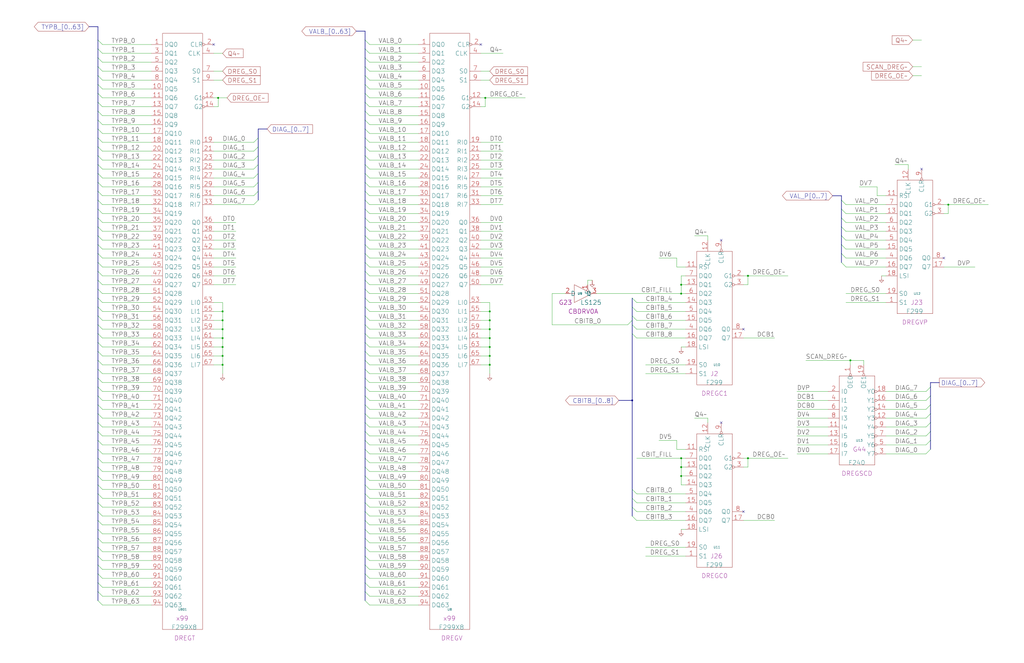
<source format=kicad_sch>
(kicad_sch (version 20230121) (generator eeschema)
  (paper "User" 584.2 378.46)
  (title_block (title "BXCVR\\nVAL & VAL_PAR DIAG REG") (date "08-MAR-90") (rev "0.0") (comment 1 "MEM32 BOARD") (comment 2 "232-003066") (comment 3 "S400") (comment 4 "RELEASED"))
  (junction (at 388.62 167.64))
  (junction (at 127 203.2))
  (junction (at 388.62 261.62))
  (junction (at 279.4 203.2))
  (junction (at 127 182.88))
  (junction (at 388.62 271.78))
  (junction (at 276.86 55.88))
  (junction (at 388.62 162.56))
  (junction (at 279.4 177.8))
  (junction (at 127 193.04))
  (junction (at 360.68 228.6))
  (junction (at 279.4 193.04))
  (junction (at 127 177.8))
  (junction (at 127 208.28))
  (junction (at 279.4 182.88))
  (junction (at 279.4 208.28))
  (junction (at 426.72 157.48))
  (junction (at 124.46 55.88))
  (junction (at 127 198.12))
  (junction (at 279.4 187.96))
  (junction (at 127 187.96))
  (junction (at 279.4 198.12))
  (junction (at 485.14 205.74))
  (junction (at 541.02 116.84))
  (junction (at 388.62 266.7))
  (junction (at 426.72 261.62))
  (no_connect (at 525.78 96.52))
  (no_connect (at 121.92 25.4))
  (no_connect (at 411.48 241.3))
  (no_connect (at 538.48 147.32))
  (no_connect (at 424.18 292.1))
  (no_connect (at 274.32 25.4))
  (no_connect (at 424.18 187.96))
  (no_connect (at 411.48 137.16))
  (bus_entry (at 208.28 281.94) (size 2.54 2.54))
  (bus_entry (at 55.88 48.26) (size 2.54 2.54))
  (bus_entry (at 55.88 246.38) (size 2.54 2.54))
  (bus_entry (at 208.28 73.66) (size 2.54 2.54))
  (bus_entry (at 480.06 139.7) (size 2.54 2.54))
  (bus_entry (at 55.88 33.02) (size 2.54 2.54))
  (bus_entry (at 360.68 284.48) (size 2.54 2.54))
  (bus_entry (at 208.28 307.34) (size 2.54 2.54))
  (bus_entry (at 208.28 185.42) (size 2.54 2.54))
  (bus_entry (at 208.28 160.02) (size 2.54 2.54))
  (bus_entry (at 208.28 22.86) (size 2.54 2.54))
  (bus_entry (at 55.88 109.22) (size 2.54 2.54))
  (bus_entry (at 147.32 78.74) (size -2.54 2.54))
  (bus_entry (at 55.88 312.42) (size 2.54 2.54))
  (bus_entry (at 55.88 226.06) (size 2.54 2.54))
  (bus_entry (at 208.28 317.5) (size 2.54 2.54))
  (bus_entry (at 208.28 33.02) (size 2.54 2.54))
  (bus_entry (at 208.28 93.98) (size 2.54 2.54))
  (bus_entry (at 208.28 48.26) (size 2.54 2.54))
  (bus_entry (at 55.88 292.1) (size 2.54 2.54))
  (bus_entry (at 208.28 109.22) (size 2.54 2.54))
  (bus_entry (at 530.86 236.22) (size -2.54 2.54))
  (bus_entry (at 55.88 144.78) (size 2.54 2.54))
  (bus_entry (at 55.88 297.18) (size 2.54 2.54))
  (bus_entry (at 55.88 38.1) (size 2.54 2.54))
  (bus_entry (at 208.28 129.54) (size 2.54 2.54))
  (bus_entry (at 55.88 119.38) (size 2.54 2.54))
  (bus_entry (at 55.88 195.58) (size 2.54 2.54))
  (bus_entry (at 208.28 154.94) (size 2.54 2.54))
  (bus_entry (at 55.88 73.66) (size 2.54 2.54))
  (bus_entry (at 55.88 43.18) (size 2.54 2.54))
  (bus_entry (at 208.28 226.06) (size 2.54 2.54))
  (bus_entry (at 55.88 327.66) (size 2.54 2.54))
  (bus_entry (at 55.88 210.82) (size 2.54 2.54))
  (bus_entry (at 208.28 83.82) (size 2.54 2.54))
  (bus_entry (at 55.88 124.46) (size 2.54 2.54))
  (bus_entry (at 55.88 175.26) (size 2.54 2.54))
  (bus_entry (at 208.28 236.22) (size 2.54 2.54))
  (bus_entry (at 55.88 63.5) (size 2.54 2.54))
  (bus_entry (at 55.88 190.5) (size 2.54 2.54))
  (bus_entry (at 208.28 266.7) (size 2.54 2.54))
  (bus_entry (at 208.28 149.86) (size 2.54 2.54))
  (bus_entry (at 208.28 312.42) (size 2.54 2.54))
  (bus_entry (at 360.68 185.42) (size 2.54 2.54))
  (bus_entry (at 208.28 170.18) (size 2.54 2.54))
  (bus_entry (at 55.88 317.5) (size 2.54 2.54))
  (bus_entry (at 55.88 261.62) (size 2.54 2.54))
  (bus_entry (at 55.88 78.74) (size 2.54 2.54))
  (bus_entry (at 147.32 88.9) (size -2.54 2.54))
  (bus_entry (at 208.28 53.34) (size 2.54 2.54))
  (bus_entry (at 55.88 88.9) (size 2.54 2.54))
  (bus_entry (at 208.28 43.18) (size 2.54 2.54))
  (bus_entry (at 360.68 170.18) (size 2.54 2.54))
  (bus_entry (at 55.88 241.3) (size 2.54 2.54))
  (bus_entry (at 208.28 88.9) (size 2.54 2.54))
  (bus_entry (at 208.28 78.74) (size 2.54 2.54))
  (bus_entry (at 208.28 119.38) (size 2.54 2.54))
  (bus_entry (at 55.88 160.02) (size 2.54 2.54))
  (bus_entry (at 55.88 149.86) (size 2.54 2.54))
  (bus_entry (at 55.88 83.82) (size 2.54 2.54))
  (bus_entry (at 360.68 279.4) (size 2.54 2.54))
  (bus_entry (at 208.28 58.42) (size 2.54 2.54))
  (bus_entry (at 55.88 58.42) (size 2.54 2.54))
  (bus_entry (at 480.06 129.54) (size 2.54 2.54))
  (bus_entry (at 55.88 332.74) (size 2.54 2.54))
  (bus_entry (at 55.88 266.7) (size 2.54 2.54))
  (bus_entry (at 55.88 154.94) (size 2.54 2.54))
  (bus_entry (at 208.28 63.5) (size 2.54 2.54))
  (bus_entry (at 530.86 231.14) (size -2.54 2.54))
  (bus_entry (at 208.28 200.66) (size 2.54 2.54))
  (bus_entry (at 55.88 53.34) (size 2.54 2.54))
  (bus_entry (at 55.88 215.9) (size 2.54 2.54))
  (bus_entry (at 55.88 256.54) (size 2.54 2.54))
  (bus_entry (at 208.28 231.14) (size 2.54 2.54))
  (bus_entry (at 208.28 337.82) (size 2.54 2.54))
  (bus_entry (at 360.68 190.5) (size 2.54 2.54))
  (bus_entry (at 55.88 231.14) (size 2.54 2.54))
  (bus_entry (at 360.68 182.88) (size -2.54 2.54))
  (bus_entry (at 208.28 322.58) (size 2.54 2.54))
  (bus_entry (at 208.28 276.86) (size 2.54 2.54))
  (bus_entry (at 208.28 210.82) (size 2.54 2.54))
  (bus_entry (at 208.28 144.78) (size 2.54 2.54))
  (bus_entry (at 360.68 175.26) (size 2.54 2.54))
  (bus_entry (at 208.28 165.1) (size 2.54 2.54))
  (bus_entry (at 208.28 139.7) (size 2.54 2.54))
  (bus_entry (at 147.32 114.3) (size -2.54 2.54))
  (bus_entry (at 55.88 134.62) (size 2.54 2.54))
  (bus_entry (at 208.28 175.26) (size 2.54 2.54))
  (bus_entry (at 208.28 205.74) (size 2.54 2.54))
  (bus_entry (at 147.32 99.06) (size -2.54 2.54))
  (bus_entry (at 55.88 129.54) (size 2.54 2.54))
  (bus_entry (at 55.88 22.86) (size 2.54 2.54))
  (bus_entry (at 55.88 322.58) (size 2.54 2.54))
  (bus_entry (at 55.88 114.3) (size 2.54 2.54))
  (bus_entry (at 208.28 215.9) (size 2.54 2.54))
  (bus_entry (at 208.28 261.62) (size 2.54 2.54))
  (bus_entry (at 208.28 287.02) (size 2.54 2.54))
  (bus_entry (at 147.32 93.98) (size -2.54 2.54))
  (bus_entry (at 55.88 337.82) (size 2.54 2.54))
  (bus_entry (at 55.88 139.7) (size 2.54 2.54))
  (bus_entry (at 208.28 180.34) (size 2.54 2.54))
  (bus_entry (at 208.28 27.94) (size 2.54 2.54))
  (bus_entry (at 530.86 226.06) (size -2.54 2.54))
  (bus_entry (at 480.06 134.62) (size 2.54 2.54))
  (bus_entry (at 55.88 287.02) (size 2.54 2.54))
  (bus_entry (at 360.68 180.34) (size 2.54 2.54))
  (bus_entry (at 480.06 114.3) (size 2.54 2.54))
  (bus_entry (at 55.88 220.98) (size 2.54 2.54))
  (bus_entry (at 208.28 104.14) (size 2.54 2.54))
  (bus_entry (at 208.28 342.9) (size 2.54 2.54))
  (bus_entry (at 208.28 241.3) (size 2.54 2.54))
  (bus_entry (at 147.32 104.14) (size -2.54 2.54))
  (bus_entry (at 530.86 241.3) (size -2.54 2.54))
  (bus_entry (at 208.28 302.26) (size 2.54 2.54))
  (bus_entry (at 55.88 281.94) (size 2.54 2.54))
  (bus_entry (at 55.88 104.14) (size 2.54 2.54))
  (bus_entry (at 55.88 180.34) (size 2.54 2.54))
  (bus_entry (at 55.88 68.58) (size 2.54 2.54))
  (bus_entry (at 55.88 342.9) (size 2.54 2.54))
  (bus_entry (at 208.28 271.78) (size 2.54 2.54))
  (bus_entry (at 55.88 251.46) (size 2.54 2.54))
  (bus_entry (at 530.86 220.98) (size -2.54 2.54))
  (bus_entry (at 530.86 256.54) (size -2.54 2.54))
  (bus_entry (at 208.28 68.58) (size 2.54 2.54))
  (bus_entry (at 208.28 99.06) (size 2.54 2.54))
  (bus_entry (at 208.28 220.98) (size 2.54 2.54))
  (bus_entry (at 208.28 332.74) (size 2.54 2.54))
  (bus_entry (at 208.28 190.5) (size 2.54 2.54))
  (bus_entry (at 55.88 27.94) (size 2.54 2.54))
  (bus_entry (at 55.88 307.34) (size 2.54 2.54))
  (bus_entry (at 530.86 246.38) (size -2.54 2.54))
  (bus_entry (at 55.88 93.98) (size 2.54 2.54))
  (bus_entry (at 55.88 205.74) (size 2.54 2.54))
  (bus_entry (at 208.28 292.1) (size 2.54 2.54))
  (bus_entry (at 360.68 289.56) (size 2.54 2.54))
  (bus_entry (at 55.88 170.18) (size 2.54 2.54))
  (bus_entry (at 208.28 251.46) (size 2.54 2.54))
  (bus_entry (at 480.06 144.78) (size 2.54 2.54))
  (bus_entry (at 55.88 302.26) (size 2.54 2.54))
  (bus_entry (at 55.88 236.22) (size 2.54 2.54))
  (bus_entry (at 55.88 276.86) (size 2.54 2.54))
  (bus_entry (at 55.88 165.1) (size 2.54 2.54))
  (bus_entry (at 208.28 256.54) (size 2.54 2.54))
  (bus_entry (at 360.68 294.64) (size 2.54 2.54))
  (bus_entry (at 55.88 271.78) (size 2.54 2.54))
  (bus_entry (at 208.28 38.1) (size 2.54 2.54))
  (bus_entry (at 147.32 83.82) (size -2.54 2.54))
  (bus_entry (at 480.06 124.46) (size 2.54 2.54))
  (bus_entry (at 208.28 124.46) (size 2.54 2.54))
  (bus_entry (at 530.86 251.46) (size -2.54 2.54))
  (bus_entry (at 208.28 114.3) (size 2.54 2.54))
  (bus_entry (at 208.28 134.62) (size 2.54 2.54))
  (bus_entry (at 480.06 149.86) (size 2.54 2.54))
  (bus_entry (at 480.06 119.38) (size 2.54 2.54))
  (bus_entry (at 208.28 327.66) (size 2.54 2.54))
  (bus_entry (at 208.28 246.38) (size 2.54 2.54))
  (bus_entry (at 208.28 297.18) (size 2.54 2.54))
  (bus_entry (at 147.32 109.22) (size -2.54 2.54))
  (bus_entry (at 208.28 195.58) (size 2.54 2.54))
  (bus_entry (at 55.88 99.06) (size 2.54 2.54))
  (bus_entry (at 55.88 200.66) (size 2.54 2.54))
  (bus_entry (at 55.88 185.42) (size 2.54 2.54))
  (wire (pts (xy 368.3 312.42) (xy 391.16 312.42)))
  (wire (pts (xy 58.42 243.84) (xy 86.36 243.84)))
  (wire (pts (xy 58.42 167.64) (xy 86.36 167.64)))
  (bus (pts (xy 208.28 337.82) (xy 208.28 342.9)))
  (bus (pts (xy 55.88 160.02) (xy 55.88 165.1)))
  (bus (pts (xy 208.28 134.62) (xy 208.28 139.7)))
  (bus (pts (xy 360.68 289.56) (xy 360.68 294.64)))
  (wire (pts (xy 58.42 152.4) (xy 86.36 152.4)))
  (wire (pts (xy 210.82 208.28) (xy 238.76 208.28)))
  (wire (pts (xy 274.32 198.12) (xy 279.4 198.12)))
  (wire (pts (xy 210.82 177.8) (xy 238.76 177.8)))
  (wire (pts (xy 58.42 30.48) (xy 86.36 30.48)))
  (bus (pts (xy 147.32 109.22) (xy 147.32 114.3)))
  (wire (pts (xy 274.32 116.84) (xy 287.02 116.84)))
  (wire (pts (xy 121.92 116.84) (xy 144.78 116.84)))
  (wire (pts (xy 58.42 116.84) (xy 86.36 116.84)))
  (wire (pts (xy 121.92 45.72) (xy 127 45.72)))
  (wire (pts (xy 454.66 228.6) (xy 472.44 228.6)))
  (wire (pts (xy 492.76 205.74) (xy 492.76 208.28)))
  (bus (pts (xy 208.28 33.02) (xy 208.28 38.1)))
  (bus (pts (xy 208.28 83.82) (xy 208.28 88.9)))
  (wire (pts (xy 210.82 233.68) (xy 238.76 233.68)))
  (wire (pts (xy 121.92 132.08) (xy 134.62 132.08)))
  (wire (pts (xy 58.42 121.92) (xy 86.36 121.92)))
  (wire (pts (xy 121.92 81.28) (xy 144.78 81.28)))
  (bus (pts (xy 208.28 292.1) (xy 208.28 297.18)))
  (wire (pts (xy 520.7 38.1) (xy 525.78 38.1)))
  (wire (pts (xy 58.42 71.12) (xy 86.36 71.12)))
  (wire (pts (xy 388.62 271.78) (xy 391.16 271.78)))
  (bus (pts (xy 55.88 27.94) (xy 55.88 33.02)))
  (wire (pts (xy 500.38 111.76) (xy 500.38 106.68)))
  (wire (pts (xy 58.42 172.72) (xy 86.36 172.72)))
  (wire (pts (xy 505.46 259.08) (xy 528.32 259.08)))
  (wire (pts (xy 58.42 345.44) (xy 86.36 345.44)))
  (wire (pts (xy 482.6 142.24) (xy 505.46 142.24)))
  (wire (pts (xy 210.82 248.92) (xy 238.76 248.92)))
  (wire (pts (xy 391.16 276.86) (xy 388.62 276.86)))
  (wire (pts (xy 396.24 238.76) (xy 403.86 238.76)))
  (wire (pts (xy 58.42 309.88) (xy 86.36 309.88)))
  (bus (pts (xy 55.88 58.42) (xy 55.88 63.5)))
  (wire (pts (xy 58.42 137.16) (xy 86.36 137.16)))
  (bus (pts (xy 208.28 190.5) (xy 208.28 195.58)))
  (bus (pts (xy 208.28 287.02) (xy 208.28 292.1)))
  (wire (pts (xy 391.16 157.48) (xy 388.62 157.48)))
  (bus (pts (xy 208.28 266.7) (xy 208.28 271.78)))
  (wire (pts (xy 274.32 132.08) (xy 287.02 132.08)))
  (wire (pts (xy 210.82 203.2) (xy 238.76 203.2)))
  (wire (pts (xy 279.4 193.04) (xy 279.4 187.96)))
  (bus (pts (xy 55.88 337.82) (xy 55.88 342.9)))
  (bus (pts (xy 55.88 114.3) (xy 55.88 119.38)))
  (wire (pts (xy 279.4 198.12) (xy 279.4 193.04)))
  (wire (pts (xy 58.42 320.04) (xy 86.36 320.04)))
  (wire (pts (xy 518.16 93.98) (xy 518.16 96.52)))
  (wire (pts (xy 121.92 187.96) (xy 127 187.96)))
  (wire (pts (xy 58.42 340.36) (xy 86.36 340.36)))
  (bus (pts (xy 208.28 144.78) (xy 208.28 149.86)))
  (bus (pts (xy 55.88 200.66) (xy 55.88 205.74)))
  (wire (pts (xy 210.82 147.32) (xy 238.76 147.32)))
  (wire (pts (xy 388.62 157.48) (xy 388.62 162.56)))
  (wire (pts (xy 121.92 60.96) (xy 124.46 60.96)))
  (wire (pts (xy 424.18 162.56) (xy 426.72 162.56)))
  (wire (pts (xy 58.42 228.6) (xy 86.36 228.6)))
  (wire (pts (xy 121.92 101.6) (xy 144.78 101.6)))
  (wire (pts (xy 274.32 147.32) (xy 287.02 147.32)))
  (wire (pts (xy 121.92 157.48) (xy 134.62 157.48)))
  (wire (pts (xy 210.82 111.76) (xy 238.76 111.76)))
  (wire (pts (xy 210.82 162.56) (xy 238.76 162.56)))
  (wire (pts (xy 426.72 162.56) (xy 426.72 157.48)))
  (bus (pts (xy 55.88 149.86) (xy 55.88 154.94)))
  (bus (pts (xy 147.32 73.66) (xy 147.32 78.74)))
  (wire (pts (xy 538.48 121.92) (xy 541.02 121.92)))
  (wire (pts (xy 210.82 76.2) (xy 238.76 76.2)))
  (wire (pts (xy 58.42 279.4) (xy 86.36 279.4)))
  (bus (pts (xy 208.28 22.86) (xy 208.28 27.94)))
  (wire (pts (xy 210.82 213.36) (xy 238.76 213.36)))
  (wire (pts (xy 121.92 40.64) (xy 127 40.64)))
  (wire (pts (xy 210.82 35.56) (xy 238.76 35.56)))
  (bus (pts (xy 55.88 271.78) (xy 55.88 276.86)))
  (wire (pts (xy 58.42 248.92) (xy 86.36 248.92)))
  (wire (pts (xy 502.92 157.48) (xy 505.46 157.48)))
  (bus (pts (xy 208.28 88.9) (xy 208.28 93.98)))
  (bus (pts (xy 55.88 312.42) (xy 55.88 317.5)))
  (wire (pts (xy 368.3 317.5) (xy 391.16 317.5)))
  (wire (pts (xy 426.72 266.7) (xy 426.72 261.62)))
  (wire (pts (xy 58.42 162.56) (xy 86.36 162.56)))
  (bus (pts (xy 208.28 215.9) (xy 208.28 220.98)))
  (wire (pts (xy 274.32 111.76) (xy 287.02 111.76)))
  (wire (pts (xy 485.14 205.74) (xy 492.76 205.74)))
  (wire (pts (xy 127 213.36) (xy 127 208.28)))
  (wire (pts (xy 58.42 66.04) (xy 86.36 66.04)))
  (wire (pts (xy 388.62 167.64) (xy 391.16 167.64)))
  (wire (pts (xy 210.82 182.88) (xy 238.76 182.88)))
  (bus (pts (xy 208.28 241.3) (xy 208.28 246.38)))
  (wire (pts (xy 426.72 157.48) (xy 449.58 157.48)))
  (bus (pts (xy 208.28 256.54) (xy 208.28 261.62)))
  (wire (pts (xy 58.42 314.96) (xy 86.36 314.96)))
  (wire (pts (xy 274.32 60.96) (xy 276.86 60.96)))
  (wire (pts (xy 121.92 162.56) (xy 134.62 162.56)))
  (wire (pts (xy 368.3 208.28) (xy 391.16 208.28)))
  (wire (pts (xy 210.82 25.4) (xy 238.76 25.4)))
  (wire (pts (xy 274.32 30.48) (xy 287.02 30.48)))
  (wire (pts (xy 124.46 60.96) (xy 124.46 55.88)))
  (wire (pts (xy 121.92 193.04) (xy 127 193.04)))
  (wire (pts (xy 58.42 294.64) (xy 86.36 294.64)))
  (bus (pts (xy 208.28 246.38) (xy 208.28 251.46)))
  (bus (pts (xy 55.88 220.98) (xy 55.88 226.06)))
  (wire (pts (xy 386.08 152.4) (xy 386.08 147.32)))
  (wire (pts (xy 58.42 335.28) (xy 86.36 335.28)))
  (bus (pts (xy 55.88 185.42) (xy 55.88 190.5)))
  (wire (pts (xy 482.6 152.4) (xy 505.46 152.4)))
  (wire (pts (xy 210.82 264.16) (xy 238.76 264.16)))
  (wire (pts (xy 58.42 101.6) (xy 86.36 101.6)))
  (bus (pts (xy 535.94 218.44) (xy 530.86 218.44)))
  (bus (pts (xy 55.88 78.74) (xy 55.88 83.82)))
  (wire (pts (xy 121.92 86.36) (xy 144.78 86.36)))
  (wire (pts (xy 279.4 182.88) (xy 279.4 177.8)))
  (wire (pts (xy 127 182.88) (xy 127 177.8)))
  (wire (pts (xy 210.82 325.12) (xy 238.76 325.12)))
  (wire (pts (xy 210.82 157.48) (xy 238.76 157.48)))
  (wire (pts (xy 210.82 274.32) (xy 238.76 274.32)))
  (bus (pts (xy 208.28 251.46) (xy 208.28 256.54)))
  (wire (pts (xy 482.6 116.84) (xy 505.46 116.84)))
  (bus (pts (xy 530.86 236.22) (xy 530.86 241.3)))
  (wire (pts (xy 538.48 152.4) (xy 556.26 152.4)))
  (bus (pts (xy 55.88 104.14) (xy 55.88 109.22)))
  (bus (pts (xy 530.86 226.06) (xy 530.86 231.14)))
  (wire (pts (xy 403.86 134.62) (xy 403.86 137.16)))
  (bus (pts (xy 55.88 48.26) (xy 55.88 53.34)))
  (wire (pts (xy 375.92 147.32) (xy 386.08 147.32)))
  (wire (pts (xy 210.82 314.96) (xy 238.76 314.96)))
  (wire (pts (xy 340.36 167.64) (xy 388.62 167.64)))
  (wire (pts (xy 121.92 142.24) (xy 134.62 142.24)))
  (wire (pts (xy 210.82 152.4) (xy 238.76 152.4)))
  (bus (pts (xy 55.88 276.86) (xy 55.88 281.94)))
  (bus (pts (xy 55.88 43.18) (xy 55.88 48.26)))
  (wire (pts (xy 210.82 320.04) (xy 238.76 320.04)))
  (wire (pts (xy 121.92 208.28) (xy 127 208.28)))
  (bus (pts (xy 480.06 144.78) (xy 480.06 149.86)))
  (bus (pts (xy 55.88 73.66) (xy 55.88 78.74)))
  (bus (pts (xy 208.28 78.74) (xy 208.28 83.82)))
  (bus (pts (xy 208.28 175.26) (xy 208.28 180.34)))
  (wire (pts (xy 210.82 279.4) (xy 238.76 279.4)))
  (wire (pts (xy 121.92 182.88) (xy 127 182.88)))
  (bus (pts (xy 208.28 261.62) (xy 208.28 266.7)))
  (wire (pts (xy 482.6 132.08) (xy 505.46 132.08)))
  (wire (pts (xy 388.62 271.78) (xy 388.62 276.86)))
  (bus (pts (xy 208.28 322.58) (xy 208.28 327.66)))
  (bus (pts (xy 480.06 111.76) (xy 480.06 114.3)))
  (wire (pts (xy 388.62 198.12) (xy 391.16 198.12)))
  (wire (pts (xy 505.46 233.68) (xy 528.32 233.68)))
  (wire (pts (xy 388.62 162.56) (xy 388.62 167.64)))
  (bus (pts (xy 208.28 109.22) (xy 208.28 114.3)))
  (wire (pts (xy 58.42 289.56) (xy 86.36 289.56)))
  (bus (pts (xy 55.88 88.9) (xy 55.88 93.98)))
  (wire (pts (xy 279.4 208.28) (xy 279.4 203.2)))
  (bus (pts (xy 55.88 241.3) (xy 55.88 246.38)))
  (wire (pts (xy 274.32 208.28) (xy 279.4 208.28)))
  (wire (pts (xy 210.82 45.72) (xy 238.76 45.72)))
  (wire (pts (xy 274.32 45.72) (xy 279.4 45.72)))
  (wire (pts (xy 124.46 55.88) (xy 121.92 55.88)))
  (wire (pts (xy 388.62 261.62) (xy 388.62 266.7)))
  (wire (pts (xy 210.82 137.16) (xy 238.76 137.16)))
  (bus (pts (xy 530.86 241.3) (xy 530.86 246.38)))
  (wire (pts (xy 58.42 193.04) (xy 86.36 193.04)))
  (wire (pts (xy 210.82 50.8) (xy 238.76 50.8)))
  (wire (pts (xy 363.22 182.88) (xy 391.16 182.88)))
  (bus (pts (xy 55.88 180.34) (xy 55.88 185.42)))
  (bus (pts (xy 360.68 180.34) (xy 360.68 182.88)))
  (bus (pts (xy 208.28 154.94) (xy 208.28 160.02)))
  (wire (pts (xy 388.62 261.62) (xy 391.16 261.62)))
  (wire (pts (xy 58.42 96.52) (xy 86.36 96.52)))
  (wire (pts (xy 210.82 330.2) (xy 238.76 330.2)))
  (wire (pts (xy 520.7 43.18) (xy 525.78 43.18)))
  (wire (pts (xy 337.82 160.02) (xy 335.28 160.02)))
  (wire (pts (xy 505.46 111.76) (xy 500.38 111.76)))
  (wire (pts (xy 210.82 218.44) (xy 238.76 218.44)))
  (bus (pts (xy 208.28 99.06) (xy 208.28 104.14)))
  (wire (pts (xy 210.82 269.24) (xy 238.76 269.24)))
  (bus (pts (xy 55.88 93.98) (xy 55.88 99.06)))
  (wire (pts (xy 391.16 256.54) (xy 386.08 256.54)))
  (wire (pts (xy 210.82 223.52) (xy 238.76 223.52)))
  (wire (pts (xy 274.32 40.64) (xy 279.4 40.64)))
  (bus (pts (xy 55.88 139.7) (xy 55.88 144.78)))
  (wire (pts (xy 274.32 91.44) (xy 287.02 91.44)))
  (bus (pts (xy 55.88 144.78) (xy 55.88 149.86)))
  (bus (pts (xy 208.28 58.42) (xy 208.28 63.5)))
  (wire (pts (xy 459.74 205.74) (xy 485.14 205.74)))
  (wire (pts (xy 58.42 264.16) (xy 86.36 264.16)))
  (wire (pts (xy 520.7 22.86) (xy 525.78 22.86)))
  (wire (pts (xy 210.82 335.28) (xy 238.76 335.28)))
  (bus (pts (xy 55.88 297.18) (xy 55.88 302.26)))
  (wire (pts (xy 358.14 185.42) (xy 314.96 185.42)))
  (bus (pts (xy 55.88 261.62) (xy 55.88 266.7)))
  (wire (pts (xy 363.22 172.72) (xy 391.16 172.72)))
  (wire (pts (xy 274.32 142.24) (xy 287.02 142.24)))
  (wire (pts (xy 210.82 127) (xy 238.76 127)))
  (wire (pts (xy 58.42 238.76) (xy 86.36 238.76)))
  (bus (pts (xy 208.28 200.66) (xy 208.28 205.74)))
  (wire (pts (xy 279.4 172.72) (xy 274.32 172.72)))
  (bus (pts (xy 147.32 83.82) (xy 147.32 88.9)))
  (bus (pts (xy 480.06 119.38) (xy 480.06 124.46)))
  (wire (pts (xy 424.18 193.04) (xy 441.96 193.04)))
  (wire (pts (xy 510.54 93.98) (xy 518.16 93.98)))
  (bus (pts (xy 55.88 15.24) (xy 55.88 22.86)))
  (wire (pts (xy 454.66 243.84) (xy 472.44 243.84)))
  (wire (pts (xy 454.66 233.68) (xy 472.44 233.68)))
  (bus (pts (xy 208.28 312.42) (xy 208.28 317.5)))
  (wire (pts (xy 454.66 223.52) (xy 472.44 223.52)))
  (wire (pts (xy 58.42 111.76) (xy 86.36 111.76)))
  (wire (pts (xy 210.82 294.64) (xy 238.76 294.64)))
  (wire (pts (xy 363.22 187.96) (xy 391.16 187.96)))
  (wire (pts (xy 121.92 137.16) (xy 134.62 137.16)))
  (bus (pts (xy 530.86 220.98) (xy 530.86 226.06)))
  (wire (pts (xy 279.4 177.8) (xy 279.4 172.72)))
  (bus (pts (xy 55.88 134.62) (xy 55.88 139.7)))
  (wire (pts (xy 210.82 198.12) (xy 238.76 198.12)))
  (wire (pts (xy 210.82 96.52) (xy 238.76 96.52)))
  (wire (pts (xy 279.4 213.36) (xy 279.4 208.28)))
  (wire (pts (xy 454.66 248.92) (xy 472.44 248.92)))
  (wire (pts (xy 210.82 238.76) (xy 238.76 238.76)))
  (bus (pts (xy 480.06 129.54) (xy 480.06 134.62)))
  (wire (pts (xy 58.42 60.96) (xy 86.36 60.96)))
  (wire (pts (xy 58.42 50.8) (xy 86.36 50.8)))
  (wire (pts (xy 274.32 81.28) (xy 287.02 81.28)))
  (wire (pts (xy 274.32 55.88) (xy 276.86 55.88)))
  (bus (pts (xy 208.28 302.26) (xy 208.28 307.34)))
  (bus (pts (xy 360.68 228.6) (xy 360.68 279.4)))
  (bus (pts (xy 530.86 251.46) (xy 530.86 256.54)))
  (bus (pts (xy 530.86 218.44) (xy 530.86 220.98)))
  (wire (pts (xy 58.42 208.28) (xy 86.36 208.28)))
  (wire (pts (xy 485.14 205.74) (xy 485.14 208.28)))
  (wire (pts (xy 274.32 177.8) (xy 279.4 177.8)))
  (wire (pts (xy 424.18 157.48) (xy 426.72 157.48)))
  (wire (pts (xy 368.3 213.36) (xy 391.16 213.36)))
  (bus (pts (xy 208.28 317.5) (xy 208.28 322.58)))
  (wire (pts (xy 210.82 254) (xy 238.76 254)))
  (wire (pts (xy 274.32 127) (xy 287.02 127)))
  (wire (pts (xy 124.46 55.88) (xy 129.54 55.88)))
  (bus (pts (xy 152.4 73.66) (xy 147.32 73.66)))
  (bus (pts (xy 55.88 251.46) (xy 55.88 256.54)))
  (wire (pts (xy 538.48 116.84) (xy 541.02 116.84)))
  (bus (pts (xy 208.28 119.38) (xy 208.28 124.46)))
  (wire (pts (xy 276.86 55.88) (xy 299.72 55.88)))
  (wire (pts (xy 363.22 292.1) (xy 391.16 292.1)))
  (bus (pts (xy 530.86 246.38) (xy 530.86 251.46)))
  (wire (pts (xy 121.92 111.76) (xy 144.78 111.76)))
  (wire (pts (xy 58.42 299.72) (xy 86.36 299.72)))
  (wire (pts (xy 276.86 60.96) (xy 276.86 55.88)))
  (bus (pts (xy 208.28 307.34) (xy 208.28 312.42)))
  (bus (pts (xy 353.06 228.6) (xy 360.68 228.6)))
  (wire (pts (xy 210.82 304.8) (xy 238.76 304.8)))
  (wire (pts (xy 386.08 256.54) (xy 386.08 251.46)))
  (bus (pts (xy 480.06 124.46) (xy 480.06 129.54)))
  (bus (pts (xy 55.88 83.82) (xy 55.88 88.9)))
  (bus (pts (xy 55.88 119.38) (xy 55.88 124.46)))
  (wire (pts (xy 121.92 91.44) (xy 144.78 91.44)))
  (wire (pts (xy 210.82 106.68) (xy 238.76 106.68)))
  (wire (pts (xy 210.82 71.12) (xy 238.76 71.12)))
  (wire (pts (xy 58.42 132.08) (xy 86.36 132.08)))
  (wire (pts (xy 58.42 198.12) (xy 86.36 198.12)))
  (bus (pts (xy 55.88 154.94) (xy 55.88 160.02)))
  (wire (pts (xy 363.22 281.94) (xy 391.16 281.94)))
  (wire (pts (xy 363.22 287.02) (xy 391.16 287.02)))
  (wire (pts (xy 482.6 172.72) (xy 505.46 172.72)))
  (wire (pts (xy 454.66 254) (xy 472.44 254)))
  (bus (pts (xy 55.88 256.54) (xy 55.88 261.62)))
  (wire (pts (xy 424.18 297.18) (xy 441.96 297.18)))
  (bus (pts (xy 208.28 160.02) (xy 208.28 165.1)))
  (wire (pts (xy 210.82 309.88) (xy 238.76 309.88)))
  (bus (pts (xy 208.28 38.1) (xy 208.28 43.18)))
  (bus (pts (xy 208.28 271.78) (xy 208.28 276.86)))
  (bus (pts (xy 55.88 68.58) (xy 55.88 73.66)))
  (wire (pts (xy 363.22 177.8) (xy 391.16 177.8)))
  (wire (pts (xy 121.92 147.32) (xy 134.62 147.32)))
  (wire (pts (xy 121.92 203.2) (xy 127 203.2)))
  (bus (pts (xy 55.88 246.38) (xy 55.88 251.46)))
  (wire (pts (xy 58.42 40.64) (xy 86.36 40.64)))
  (wire (pts (xy 274.32 96.52) (xy 287.02 96.52)))
  (bus (pts (xy 208.28 185.42) (xy 208.28 190.5)))
  (bus (pts (xy 360.68 182.88) (xy 360.68 185.42)))
  (bus (pts (xy 147.32 88.9) (xy 147.32 93.98)))
  (wire (pts (xy 274.32 203.2) (xy 279.4 203.2)))
  (wire (pts (xy 274.32 193.04) (xy 279.4 193.04)))
  (wire (pts (xy 58.42 147.32) (xy 86.36 147.32)))
  (wire (pts (xy 58.42 213.36) (xy 86.36 213.36)))
  (wire (pts (xy 210.82 55.88) (xy 238.76 55.88)))
  (bus (pts (xy 55.88 317.5) (xy 55.88 322.58)))
  (bus (pts (xy 55.88 165.1) (xy 55.88 170.18)))
  (wire (pts (xy 403.86 238.76) (xy 403.86 241.3)))
  (wire (pts (xy 505.46 254) (xy 528.32 254)))
  (wire (pts (xy 58.42 223.52) (xy 86.36 223.52)))
  (bus (pts (xy 360.68 170.18) (xy 360.68 175.26)))
  (bus (pts (xy 208.28 104.14) (xy 208.28 109.22)))
  (wire (pts (xy 454.66 238.76) (xy 472.44 238.76)))
  (bus (pts (xy 208.28 63.5) (xy 208.28 68.58)))
  (bus (pts (xy 208.28 165.1) (xy 208.28 170.18)))
  (bus (pts (xy 55.88 53.34) (xy 55.88 58.42)))
  (wire (pts (xy 210.82 91.44) (xy 238.76 91.44)))
  (wire (pts (xy 127 187.96) (xy 127 182.88)))
  (bus (pts (xy 55.88 99.06) (xy 55.88 104.14)))
  (bus (pts (xy 208.28 149.86) (xy 208.28 154.94)))
  (bus (pts (xy 360.68 185.42) (xy 360.68 190.5)))
  (wire (pts (xy 210.82 66.04) (xy 238.76 66.04)))
  (wire (pts (xy 210.82 142.24) (xy 238.76 142.24)))
  (bus (pts (xy 208.28 124.46) (xy 208.28 129.54)))
  (bus (pts (xy 55.88 205.74) (xy 55.88 210.82)))
  (wire (pts (xy 391.16 152.4) (xy 386.08 152.4)))
  (wire (pts (xy 274.32 187.96) (xy 279.4 187.96)))
  (bus (pts (xy 208.28 53.34) (xy 208.28 58.42)))
  (wire (pts (xy 210.82 299.72) (xy 238.76 299.72)))
  (bus (pts (xy 208.28 195.58) (xy 208.28 200.66)))
  (wire (pts (xy 274.32 101.6) (xy 287.02 101.6)))
  (wire (pts (xy 58.42 269.24) (xy 86.36 269.24)))
  (bus (pts (xy 208.28 332.74) (xy 208.28 337.82)))
  (wire (pts (xy 363.22 297.18) (xy 391.16 297.18)))
  (bus (pts (xy 55.88 292.1) (xy 55.88 297.18)))
  (wire (pts (xy 210.82 60.96) (xy 238.76 60.96)))
  (wire (pts (xy 58.42 325.12) (xy 86.36 325.12)))
  (wire (pts (xy 58.42 76.2) (xy 86.36 76.2)))
  (wire (pts (xy 274.32 106.68) (xy 287.02 106.68)))
  (bus (pts (xy 480.06 114.3) (xy 480.06 119.38)))
  (wire (pts (xy 58.42 284.48) (xy 86.36 284.48)))
  (bus (pts (xy 147.32 93.98) (xy 147.32 99.06)))
  (bus (pts (xy 480.06 139.7) (xy 480.06 144.78)))
  (wire (pts (xy 210.82 289.56) (xy 238.76 289.56)))
  (bus (pts (xy 147.32 104.14) (xy 147.32 109.22)))
  (wire (pts (xy 127 193.04) (xy 127 187.96)))
  (wire (pts (xy 58.42 233.68) (xy 86.36 233.68)))
  (wire (pts (xy 505.46 238.76) (xy 528.32 238.76)))
  (bus (pts (xy 360.68 279.4) (xy 360.68 284.48)))
  (wire (pts (xy 482.6 127) (xy 505.46 127)))
  (wire (pts (xy 121.92 127) (xy 134.62 127)))
  (wire (pts (xy 121.92 106.68) (xy 144.78 106.68)))
  (wire (pts (xy 210.82 101.6) (xy 238.76 101.6)))
  (bus (pts (xy 208.28 281.94) (xy 208.28 287.02)))
  (wire (pts (xy 58.42 106.68) (xy 86.36 106.68)))
  (wire (pts (xy 58.42 259.08) (xy 86.36 259.08)))
  (bus (pts (xy 208.28 236.22) (xy 208.28 241.3)))
  (wire (pts (xy 363.22 261.62) (xy 388.62 261.62)))
  (wire (pts (xy 274.32 137.16) (xy 287.02 137.16)))
  (wire (pts (xy 210.82 81.28) (xy 238.76 81.28)))
  (wire (pts (xy 58.42 304.8) (xy 86.36 304.8)))
  (bus (pts (xy 55.88 210.82) (xy 55.88 215.9)))
  (wire (pts (xy 58.42 157.48) (xy 86.36 157.48)))
  (wire (pts (xy 58.42 35.56) (xy 86.36 35.56)))
  (wire (pts (xy 490.22 106.68) (xy 500.38 106.68)))
  (bus (pts (xy 55.88 327.66) (xy 55.88 332.74)))
  (bus (pts (xy 55.88 236.22) (xy 55.88 241.3)))
  (wire (pts (xy 210.82 193.04) (xy 238.76 193.04)))
  (bus (pts (xy 55.88 266.7) (xy 55.88 271.78)))
  (bus (pts (xy 208.28 48.26) (xy 208.28 53.34)))
  (wire (pts (xy 58.42 254) (xy 86.36 254)))
  (wire (pts (xy 274.32 157.48) (xy 287.02 157.48)))
  (bus (pts (xy 208.28 276.86) (xy 208.28 281.94)))
  (wire (pts (xy 210.82 167.64) (xy 238.76 167.64)))
  (bus (pts (xy 55.88 38.1) (xy 55.88 43.18)))
  (bus (pts (xy 480.06 134.62) (xy 480.06 139.7)))
  (bus (pts (xy 208.28 231.14) (xy 208.28 236.22)))
  (bus (pts (xy 474.98 111.76) (xy 480.06 111.76)))
  (wire (pts (xy 121.92 152.4) (xy 134.62 152.4)))
  (bus (pts (xy 208.28 114.3) (xy 208.28 119.38)))
  (bus (pts (xy 55.88 307.34) (xy 55.88 312.42)))
  (wire (pts (xy 210.82 243.84) (xy 238.76 243.84)))
  (bus (pts (xy 55.88 170.18) (xy 55.88 175.26)))
  (bus (pts (xy 360.68 284.48) (xy 360.68 289.56)))
  (wire (pts (xy 210.82 30.48) (xy 238.76 30.48)))
  (wire (pts (xy 58.42 187.96) (xy 86.36 187.96)))
  (wire (pts (xy 210.82 132.08) (xy 238.76 132.08)))
  (bus (pts (xy 208.28 226.06) (xy 208.28 231.14)))
  (wire (pts (xy 121.92 30.48) (xy 127 30.48)))
  (bus (pts (xy 55.88 226.06) (xy 55.88 231.14)))
  (wire (pts (xy 58.42 45.72) (xy 86.36 45.72)))
  (bus (pts (xy 55.88 33.02) (xy 55.88 38.1)))
  (wire (pts (xy 274.32 162.56) (xy 287.02 162.56)))
  (bus (pts (xy 208.28 17.78) (xy 208.28 22.86)))
  (wire (pts (xy 279.4 203.2) (xy 279.4 198.12)))
  (wire (pts (xy 127 172.72) (xy 121.92 172.72)))
  (bus (pts (xy 55.88 190.5) (xy 55.88 195.58)))
  (wire (pts (xy 274.32 86.36) (xy 287.02 86.36)))
  (wire (pts (xy 505.46 248.92) (xy 528.32 248.92)))
  (wire (pts (xy 127 198.12) (xy 127 193.04)))
  (wire (pts (xy 482.6 137.16) (xy 505.46 137.16)))
  (bus (pts (xy 360.68 175.26) (xy 360.68 180.34)))
  (wire (pts (xy 58.42 218.44) (xy 86.36 218.44)))
  (wire (pts (xy 424.18 266.7) (xy 426.72 266.7)))
  (bus (pts (xy 55.88 215.9) (xy 55.88 220.98)))
  (bus (pts (xy 208.28 205.74) (xy 208.28 210.82)))
  (wire (pts (xy 210.82 187.96) (xy 238.76 187.96)))
  (wire (pts (xy 314.96 185.42) (xy 314.96 167.64)))
  (wire (pts (xy 58.42 142.24) (xy 86.36 142.24)))
  (wire (pts (xy 505.46 243.84) (xy 528.32 243.84)))
  (wire (pts (xy 58.42 86.36) (xy 86.36 86.36)))
  (wire (pts (xy 314.96 167.64) (xy 322.58 167.64)))
  (wire (pts (xy 210.82 121.92) (xy 238.76 121.92)))
  (wire (pts (xy 58.42 203.2) (xy 86.36 203.2)))
  (bus (pts (xy 55.88 175.26) (xy 55.88 180.34)))
  (bus (pts (xy 530.86 231.14) (xy 530.86 236.22)))
  (wire (pts (xy 388.62 266.7) (xy 388.62 271.78)))
  (wire (pts (xy 279.4 187.96) (xy 279.4 182.88)))
  (wire (pts (xy 58.42 55.88) (xy 86.36 55.88)))
  (bus (pts (xy 208.28 129.54) (xy 208.28 134.62)))
  (bus (pts (xy 208.28 220.98) (xy 208.28 226.06)))
  (wire (pts (xy 121.92 96.52) (xy 144.78 96.52)))
  (wire (pts (xy 274.32 152.4) (xy 287.02 152.4)))
  (wire (pts (xy 58.42 182.88) (xy 86.36 182.88)))
  (wire (pts (xy 396.24 134.62) (xy 403.86 134.62)))
  (wire (pts (xy 388.62 162.56) (xy 391.16 162.56)))
  (wire (pts (xy 482.6 167.64) (xy 505.46 167.64)))
  (bus (pts (xy 50.8 15.24) (xy 55.88 15.24)))
  (wire (pts (xy 210.82 345.44) (xy 238.76 345.44)))
  (bus (pts (xy 208.28 73.66) (xy 208.28 78.74)))
  (wire (pts (xy 58.42 177.8) (xy 86.36 177.8)))
  (bus (pts (xy 55.88 63.5) (xy 55.88 68.58)))
  (wire (pts (xy 541.02 121.92) (xy 541.02 116.84)))
  (bus (pts (xy 147.32 99.06) (xy 147.32 104.14)))
  (bus (pts (xy 55.88 302.26) (xy 55.88 307.34)))
  (wire (pts (xy 541.02 116.84) (xy 563.88 116.84)))
  (wire (pts (xy 127 177.8) (xy 127 172.72)))
  (wire (pts (xy 482.6 147.32) (xy 505.46 147.32)))
  (bus (pts (xy 203.2 17.78) (xy 208.28 17.78)))
  (bus (pts (xy 55.88 281.94) (xy 55.88 287.02)))
  (wire (pts (xy 58.42 91.44) (xy 86.36 91.44)))
  (wire (pts (xy 505.46 223.52) (xy 528.32 223.52)))
  (wire (pts (xy 121.92 177.8) (xy 127 177.8)))
  (bus (pts (xy 55.88 287.02) (xy 55.88 292.1)))
  (wire (pts (xy 58.42 25.4) (xy 86.36 25.4)))
  (bus (pts (xy 55.88 109.22) (xy 55.88 114.3)))
  (wire (pts (xy 127 208.28) (xy 127 203.2)))
  (bus (pts (xy 55.88 129.54) (xy 55.88 134.62)))
  (wire (pts (xy 388.62 266.7) (xy 391.16 266.7)))
  (wire (pts (xy 210.82 40.64) (xy 238.76 40.64)))
  (bus (pts (xy 360.68 190.5) (xy 360.68 228.6)))
  (wire (pts (xy 210.82 228.6) (xy 238.76 228.6)))
  (bus (pts (xy 55.88 231.14) (xy 55.88 236.22)))
  (bus (pts (xy 55.88 322.58) (xy 55.88 327.66)))
  (wire (pts (xy 454.66 259.08) (xy 472.44 259.08)))
  (bus (pts (xy 208.28 327.66) (xy 208.28 332.74)))
  (wire (pts (xy 210.82 284.48) (xy 238.76 284.48)))
  (wire (pts (xy 210.82 340.36) (xy 238.76 340.36)))
  (bus (pts (xy 55.88 124.46) (xy 55.88 129.54)))
  (wire (pts (xy 335.28 160.02) (xy 335.28 162.56)))
  (bus (pts (xy 208.28 43.18) (xy 208.28 48.26)))
  (wire (pts (xy 363.22 193.04) (xy 391.16 193.04)))
  (bus (pts (xy 208.28 93.98) (xy 208.28 99.06)))
  (bus (pts (xy 208.28 139.7) (xy 208.28 144.78)))
  (wire (pts (xy 505.46 228.6) (xy 528.32 228.6)))
  (bus (pts (xy 147.32 78.74) (xy 147.32 83.82)))
  (wire (pts (xy 58.42 127) (xy 86.36 127)))
  (bus (pts (xy 208.28 180.34) (xy 208.28 185.42)))
  (wire (pts (xy 58.42 330.2) (xy 86.36 330.2)))
  (wire (pts (xy 274.32 182.88) (xy 279.4 182.88)))
  (bus (pts (xy 55.88 195.58) (xy 55.88 200.66)))
  (bus (pts (xy 55.88 332.74) (xy 55.88 337.82)))
  (wire (pts (xy 58.42 274.32) (xy 86.36 274.32)))
  (bus (pts (xy 208.28 68.58) (xy 208.28 73.66)))
  (wire (pts (xy 482.6 121.92) (xy 505.46 121.92)))
  (wire (pts (xy 375.92 251.46) (xy 386.08 251.46)))
  (wire (pts (xy 210.82 86.36) (xy 238.76 86.36)))
  (bus (pts (xy 208.28 27.94) (xy 208.28 33.02)))
  (wire (pts (xy 127 203.2) (xy 127 198.12)))
  (bus (pts (xy 208.28 170.18) (xy 208.28 175.26)))
  (bus (pts (xy 208.28 297.18) (xy 208.28 302.26)))
  (wire (pts (xy 210.82 116.84) (xy 238.76 116.84)))
  (wire (pts (xy 121.92 198.12) (xy 127 198.12)))
  (wire (pts (xy 58.42 81.28) (xy 86.36 81.28)))
  (wire (pts (xy 210.82 172.72) (xy 238.76 172.72)))
  (wire (pts (xy 210.82 259.08) (xy 238.76 259.08)))
  (bus (pts (xy 55.88 22.86) (xy 55.88 27.94)))
  (wire (pts (xy 424.18 261.62) (xy 426.72 261.62)))
  (wire (pts (xy 426.72 261.62) (xy 449.58 261.62)))
  (bus (pts (xy 208.28 210.82) (xy 208.28 215.9)))
  (wire (pts (xy 388.62 302.26) (xy 391.16 302.26)))
  (label "TYPB_16" (at 63.5 106.68 0) (effects (font (size 2.54 2.54))))
  (label "DCB1" (at 454.66 228.6 0) (effects (font (size 2.54 2.54))))
  (label "TYPB_28" (at 63.5 167.64 0) (effects (font (size 2.54 2.54))))
  (label "DREG_S1" (at 370.84 213.36 0) (effects (font (size 2.54 2.54))))
  (label "Q4~" (at 279.4 30.48 0) (effects (font (size 2.54 2.54))))
  (label "VALB_56" (at 215.9 309.88 0) (effects (font (size 2.54 2.54))))
  (label "TYPB_31" (at 63.5 182.88 0) (effects (font (size 2.54 2.54))))
  (label "TYPB_27" (at 63.5 162.56 0) (effects (font (size 2.54 2.54))))
  (label "DIAG_4" (at 510.54 238.76 0) (effects (font (size 2.54 2.54))))
  (label "VAL_P3" (at 487.68 132.08 0) (effects (font (size 2.54 2.54))))
  (label "DT5" (at 127 152.4 0) (effects (font (size 2.54 2.54))))
  (label "TYPB_42" (at 63.5 238.76 0) (effects (font (size 2.54 2.54))))
  (label "DT4" (at 279.4 101.6 0) (effects (font (size 2.54 2.54))))
  (label "VALB_36" (at 215.9 208.28 0) (effects (font (size 2.54 2.54))))
  (label "VALB_27" (at 215.9 162.56 0) (effects (font (size 2.54 2.54))))
  (label "TYPB_19" (at 63.5 121.92 0) (effects (font (size 2.54 2.54))))
  (label "TYPB_48" (at 63.5 269.24 0) (effects (font (size 2.54 2.54))))
  (label "DV2" (at 279.4 137.16 0) (effects (font (size 2.54 2.54))))
  (label "TYPB_24" (at 63.5 147.32 0) (effects (font (size 2.54 2.54))))
  (label "Q4~" (at 396.24 134.62 0) (effects (font (size 2.54 2.54))))
  (label "DV6" (at 375.92 147.32 0) (effects (font (size 2.54 2.54))))
  (label "VALB_61" (at 215.9 335.28 0) (effects (font (size 2.54 2.54))))
  (label "TYPB_61" (at 63.5 335.28 0) (effects (font (size 2.54 2.54))))
  (label "DIAG_1" (at 510.54 254 0) (effects (font (size 2.54 2.54))))
  (label "VALB_47" (at 215.9 264.16 0) (effects (font (size 2.54 2.54))))
  (label "DVP" (at 546.1 152.4 0) (effects (font (size 2.54 2.54))))
  (label "DV0" (at 454.66 259.08 0) (effects (font (size 2.54 2.54))))
  (label "DREG_S0" (at 370.84 208.28 0) (effects (font (size 2.54 2.54))))
  (label "DV4" (at 279.4 147.32 0) (effects (font (size 2.54 2.54))))
  (label "TYPB_35" (at 63.5 203.2 0) (effects (font (size 2.54 2.54))))
  (label "VALB_39" (at 215.9 223.52 0) (effects (font (size 2.54 2.54))))
  (label "TYPB_54" (at 63.5 299.72 0) (effects (font (size 2.54 2.54))))
  (label "DV7" (at 490.22 106.68 0) (effects (font (size 2.54 2.54))))
  (label "DT7" (at 279.4 116.84 0) (effects (font (size 2.54 2.54))))
  (label "TYPB_40" (at 63.5 228.6 0) (effects (font (size 2.54 2.54))))
  (label "VALB_52" (at 215.9 289.56 0) (effects (font (size 2.54 2.54))))
  (label "TYPB_33" (at 63.5 193.04 0) (effects (font (size 2.54 2.54))))
  (label "DT0" (at 127 127 0) (effects (font (size 2.54 2.54))))
  (label "DCB0" (at 431.8 297.18 0) (effects (font (size 2.54 2.54))))
  (label "DT2" (at 279.4 91.44 0) (effects (font (size 2.54 2.54))))
  (label "TYPB_17" (at 63.5 111.76 0) (effects (font (size 2.54 2.54))))
  (label "DV5" (at 279.4 152.4 0) (effects (font (size 2.54 2.54))))
  (label "TYPB_47" (at 63.5 264.16 0) (effects (font (size 2.54 2.54))))
  (label "TYPB_18" (at 63.5 116.84 0) (effects (font (size 2.54 2.54))))
  (label "CBITB_1" (at 368.3 287.02 0) (effects (font (size 2.54 2.54))))
  (label "DCB0" (at 454.66 233.68 0) (effects (font (size 2.54 2.54))))
  (label "VALB_54" (at 215.9 299.72 0) (effects (font (size 2.54 2.54))))
  (label "TYPB_10" (at 63.5 76.2 0) (effects (font (size 2.54 2.54))))
  (label "TYPB_25" (at 63.5 152.4 0) (effects (font (size 2.54 2.54))))
  (label "TYPB_6" (at 63.5 55.88 0) (effects (font (size 2.54 2.54))))
  (label "DIAG_7" (at 127 116.84 0) (effects (font (size 2.54 2.54))))
  (label "DT0" (at 279.4 81.28 0) (effects (font (size 2.54 2.54))))
  (label "TYPB_7" (at 63.5 60.96 0) (effects (font (size 2.54 2.54))))
  (label "DCB1" (at 431.8 193.04 0) (effects (font (size 2.54 2.54))))
  (label "TYPB_51" (at 63.5 284.48 0) (effects (font (size 2.54 2.54))))
  (label "TYPB_8" (at 63.5 66.04 0) (effects (font (size 2.54 2.54))))
  (label "VALB_53" (at 215.9 294.64 0) (effects (font (size 2.54 2.54))))
  (label "TYPB_2" (at 63.5 35.56 0) (effects (font (size 2.54 2.54))))
  (label "TYPB_60" (at 63.5 330.2 0) (effects (font (size 2.54 2.54))))
  (label "VAL_P1" (at 487.68 121.92 0) (effects (font (size 2.54 2.54))))
  (label "VALB_57" (at 215.9 314.96 0) (effects (font (size 2.54 2.54))))
  (label "CBIT_FILL" (at 365.76 261.62 0) (effects (font (size 2.54 2.54))))
  (label "CBIT_FILL" (at 365.76 167.64 0) (effects (font (size 2.54 2.54))))
  (label "TYPB_21" (at 63.5 132.08 0) (effects (font (size 2.54 2.54))))
  (label "CBITB_6" (at 368.3 182.88 0) (effects (font (size 2.54 2.54))))
  (label "VALB_32" (at 215.9 187.96 0) (effects (font (size 2.54 2.54))))
  (label "VAL_P2" (at 487.68 127 0) (effects (font (size 2.54 2.54))))
  (label "VALB_35" (at 215.9 203.2 0) (effects (font (size 2.54 2.54))))
  (label "TYPB_32" (at 63.5 187.96 0) (effects (font (size 2.54 2.54))))
  (label "VALB_26" (at 215.9 157.48 0) (effects (font (size 2.54 2.54))))
  (label "CBITB_4" (at 368.3 172.72 0) (effects (font (size 2.54 2.54))))
  (label "VALB_15" (at 215.9 101.6 0) (effects (font (size 2.54 2.54))))
  (label "CBITB_7" (at 368.3 187.96 0) (effects (font (size 2.54 2.54))))
  (label "TYPB_59" (at 63.5 325.12 0) (effects (font (size 2.54 2.54))))
  (label "DREG_OE~" (at 279.4 55.88 0) (effects (font (size 2.54 2.54))))
  (label "CBITB_2" (at 368.3 292.1 0) (effects (font (size 2.54 2.54))))
  (label "DT5" (at 279.4 106.68 0) (effects (font (size 2.54 2.54))))
  (label "TYPB_55" (at 63.5 304.8 0) (effects (font (size 2.54 2.54))))
  (label "TYPB_22" (at 63.5 137.16 0) (effects (font (size 2.54 2.54))))
  (label "DIAG_3" (at 510.54 243.84 0) (effects (font (size 2.54 2.54))))
  (label "VALB_41" (at 215.9 233.68 0) (effects (font (size 2.54 2.54))))
  (label "DV3" (at 454.66 243.84 0) (effects (font (size 2.54 2.54))))
  (label "VALB_22" (at 215.9 137.16 0) (effects (font (size 2.54 2.54))))
  (label "CBITB_3" (at 368.3 297.18 0) (effects (font (size 2.54 2.54))))
  (label "TYPB_11" (at 63.5 81.28 0) (effects (font (size 2.54 2.54))))
  (label "TYPB_0" (at 63.5 25.4 0) (effects (font (size 2.54 2.54))))
  (label "VALB_12" (at 215.9 86.36 0) (effects (font (size 2.54 2.54))))
  (label "TYPB_36" (at 63.5 208.28 0) (effects (font (size 2.54 2.54))))
  (label "DREG_S1" (at 485.14 172.72 0) (effects (font (size 2.54 2.54))))
  (label "CBITB_0" (at 368.3 281.94 0) (effects (font (size 2.54 2.54))))
  (label "VALB_3" (at 215.9 40.64 0) (effects (font (size 2.54 2.54))))
  (label "CBITB_5" (at 368.3 177.8 0) (effects (font (size 2.54 2.54))))
  (label "VALB_5" (at 215.9 50.8 0) (effects (font (size 2.54 2.54))))
  (label "VALB_23" (at 215.9 142.24 0) (effects (font (size 2.54 2.54))))
  (label "VALB_45" (at 215.9 254 0) (effects (font (size 2.54 2.54))))
  (label "VALB_55" (at 215.9 304.8 0) (effects (font (size 2.54 2.54))))
  (label "VAL_P0" (at 487.68 116.84 0) (effects (font (size 2.54 2.54))))
  (label "VALB_38" (at 215.9 218.44 0) (effects (font (size 2.54 2.54))))
  (label "VALB_40" (at 215.9 228.6 0) (effects (font (size 2.54 2.54))))
  (label "TYPB_52" (at 63.5 289.56 0) (effects (font (size 2.54 2.54))))
  (label "Q4~" (at 510.54 93.98 0) (effects (font (size 2.54 2.54))))
  (label "DV0" (at 279.4 127 0) (effects (font (size 2.54 2.54))))
  (label "VALB_19" (at 215.9 121.92 0) (effects (font (size 2.54 2.54))))
  (label "TYPB_62" (at 63.5 340.36 0) (effects (font (size 2.54 2.54))))
  (label "DT1" (at 279.4 86.36 0) (effects (font (size 2.54 2.54))))
  (label "VALB_62" (at 215.9 340.36 0) (effects (font (size 2.54 2.54))))
  (label "DV4" (at 454.66 238.76 0) (effects (font (size 2.54 2.54))))
  (label "TYPB_15" (at 63.5 101.6 0) (effects (font (size 2.54 2.54))))
  (label "TYPB_63" (at 63.5 345.44 0) (effects (font (size 2.54 2.54))))
  (label "DV1" (at 279.4 132.08 0) (effects (font (size 2.54 2.54))))
  (label "DT3" (at 127 142.24 0) (effects (font (size 2.54 2.54))))
  (label "TYPB_38" (at 63.5 218.44 0) (effects (font (size 2.54 2.54))))
  (label "DREG_OE~" (at 429.26 157.48 0) (effects (font (size 2.54 2.54))))
  (label "VALB_4" (at 215.9 45.72 0) (effects (font (size 2.54 2.54))))
  (label "DT6" (at 279.4 111.76 0) (effects (font (size 2.54 2.54))))
  (label "VALB_2" (at 215.9 35.56 0) (effects (font (size 2.54 2.54))))
  (label "VALB_59" (at 215.9 325.12 0) (effects (font (size 2.54 2.54))))
  (label "TYPB_3" (at 63.5 40.64 0) (effects (font (size 2.54 2.54))))
  (label "VALB_13" (at 215.9 91.44 0) (effects (font (size 2.54 2.54))))
  (label "TYPB_50" (at 63.5 279.4 0) (effects (font (size 2.54 2.54))))
  (label "TYPB_37" (at 63.5 213.36 0) (effects (font (size 2.54 2.54))))
  (label "VALB_16" (at 215.9 106.68 0) (effects (font (size 2.54 2.54))))
  (label "VALB_58" (at 215.9 320.04 0) (effects (font (size 2.54 2.54))))
  (label "DV5" (at 375.92 251.46 0) (effects (font (size 2.54 2.54))))
  (label "VALB_29" (at 215.9 172.72 0) (effects (font (size 2.54 2.54))))
  (label "VALB_46" (at 215.9 259.08 0) (effects (font (size 2.54 2.54))))
  (label "VAL_P7" (at 487.68 152.4 0) (effects (font (size 2.54 2.54))))
  (label "TYPB_45" (at 63.5 254 0) (effects (font (size 2.54 2.54))))
  (label "DIAG_3" (at 127 96.52 0) (effects (font (size 2.54 2.54))))
  (label "VAL_P6" (at 487.68 147.32 0) (effects (font (size 2.54 2.54))))
  (label "TYPB_34" (at 63.5 198.12 0) (effects (font (size 2.54 2.54))))
  (label "TYPB_58" (at 63.5 320.04 0) (effects (font (size 2.54 2.54))))
  (label "VALB_33" (at 215.9 193.04 0) (effects (font (size 2.54 2.54))))
  (label "TYPB_43" (at 63.5 243.84 0) (effects (font (size 2.54 2.54))))
  (label "DT4" (at 127 147.32 0) (effects (font (size 2.54 2.54))))
  (label "TYPB_20" (at 63.5 127 0) (effects (font (size 2.54 2.54))))
  (label "VALB_21" (at 215.9 132.08 0) (effects (font (size 2.54 2.54))))
  (label "TYPB_57" (at 63.5 314.96 0) (effects (font (size 2.54 2.54))))
  (label "TYPB_53" (at 63.5 294.64 0) (effects (font (size 2.54 2.54))))
  (label "TYPB_39" (at 63.5 223.52 0) (effects (font (size 2.54 2.54))))
  (label "VALB_10" (at 215.9 76.2 0) (effects (font (size 2.54 2.54))))
  (label "VALB_6" (at 215.9 55.88 0) (effects (font (size 2.54 2.54))))
  (label "TYPB_9" (at 63.5 71.12 0) (effects (font (size 2.54 2.54))))
  (label "DVP" (at 454.66 223.52 0) (effects (font (size 2.54 2.54))))
  (label "TYPB_41" (at 63.5 233.68 0) (effects (font (size 2.54 2.54))))
  (label "VALB_43" (at 215.9 243.84 0) (effects (font (size 2.54 2.54))))
  (label "TYPB_14" (at 63.5 96.52 0) (effects (font (size 2.54 2.54))))
  (label "TYPB_12" (at 63.5 86.36 0) (effects (font (size 2.54 2.54))))
  (label "VALB_42" (at 215.9 238.76 0) (effects (font (size 2.54 2.54))))
  (label "VALB_20" (at 215.9 127 0) (effects (font (size 2.54 2.54))))
  (label "DT1" (at 127 132.08 0) (effects (font (size 2.54 2.54))))
  (label "DREG_S1" (at 370.84 317.5 0) (effects (font (size 2.54 2.54))))
  (label "VALB_25" (at 215.9 152.4 0) (effects (font (size 2.54 2.54))))
  (label "VALB_37" (at 215.9 213.36 0) (effects (font (size 2.54 2.54))))
  (label "VALB_63" (at 215.9 345.44 0) (effects (font (size 2.54 2.54))))
  (label "Q4~" (at 396.24 238.76 0) (effects (font (size 2.54 2.54))))
  (label "DIAG_0" (at 127 81.28 0) (effects (font (size 2.54 2.54))))
  (label "TYPB_5" (at 63.5 50.8 0) (effects (font (size 2.54 2.54))))
  (label "DIAG_6" (at 510.54 228.6 0) (effects (font (size 2.54 2.54))))
  (label "DIAG_2" (at 510.54 248.92 0) (effects (font (size 2.54 2.54))))
  (label "TYPB_1" (at 63.5 30.48 0) (effects (font (size 2.54 2.54))))
  (label "VALB_28" (at 215.9 167.64 0) (effects (font (size 2.54 2.54))))
  (label "TYPB_23" (at 63.5 142.24 0) (effects (font (size 2.54 2.54))))
  (label "DV3" (at 279.4 142.24 0) (effects (font (size 2.54 2.54))))
  (label "DT7" (at 127 162.56 0) (effects (font (size 2.54 2.54))))
  (label "VALB_14" (at 215.9 96.52 0) (effects (font (size 2.54 2.54))))
  (label "VALB_50" (at 215.9 279.4 0) (effects (font (size 2.54 2.54))))
  (label "DIAG_0" (at 510.54 259.08 0) (effects (font (size 2.54 2.54))))
  (label "DIAG_5" (at 510.54 233.68 0) (effects (font (size 2.54 2.54))))
  (label "VALB_44" (at 215.9 248.92 0) (effects (font (size 2.54 2.54))))
  (label "VALB_1" (at 215.9 30.48 0) (effects (font (size 2.54 2.54))))
  (label "DIAG_5" (at 127 106.68 0) (effects (font (size 2.54 2.54))))
  (label "CBITB_0" (at 327.66 185.42 0) (effects (font (size 2.54 2.54))))
  (label "VALB_11" (at 215.9 81.28 0) (effects (font (size 2.54 2.54))))
  (label "DREG_S0" (at 370.84 312.42 0) (effects (font (size 2.54 2.54))))
  (label "VALB_0" (at 215.9 25.4 0) (effects (font (size 2.54 2.54))))
  (label "DIAG_1" (at 127 86.36 0) (effects (font (size 2.54 2.54))))
  (label "VALB_51" (at 215.9 284.48 0) (effects (font (size 2.54 2.54))))
  (label "DT2" (at 127 137.16 0) (effects (font (size 2.54 2.54))))
  (label "DREG_OE~" (at 429.26 261.62 0) (effects (font (size 2.54 2.54))))
  (label "DIAG_6" (at 127 111.76 0) (effects (font (size 2.54 2.54))))
  (label "TYPB_29" (at 63.5 172.72 0) (effects (font (size 2.54 2.54))))
  (label "TYPB_30" (at 63.5 177.8 0) (effects (font (size 2.54 2.54))))
  (label "VALB_60" (at 215.9 330.2 0) (effects (font (size 2.54 2.54))))
  (label "VALB_49" (at 215.9 274.32 0) (effects (font (size 2.54 2.54))))
  (label "SCAN_DREG~" (at 459.74 205.74 0) (effects (font (size 2.54 2.54))))
  (label "DV1" (at 454.66 254 0) (effects (font (size 2.54 2.54))))
  (label "TYPB_26" (at 63.5 157.48 0) (effects (font (size 2.54 2.54))))
  (label "VALB_18" (at 215.9 116.84 0) (effects (font (size 2.54 2.54))))
  (label "DREG_OE~" (at 543.56 116.84 0) (effects (font (size 2.54 2.54))))
  (label "VALB_17" (at 215.9 111.76 0) (effects (font (size 2.54 2.54))))
  (label "VALB_24" (at 215.9 147.32 0) (effects (font (size 2.54 2.54))))
  (label "DV2" (at 454.66 248.92 0) (effects (font (size 2.54 2.54))))
  (label "DIAG_2" (at 127 91.44 0) (effects (font (size 2.54 2.54))))
  (label "VALB_48" (at 215.9 269.24 0) (effects (font (size 2.54 2.54))))
  (label "TYPB_46" (at 63.5 259.08 0) (effects (font (size 2.54 2.54))))
  (label "TYPB_4" (at 63.5 45.72 0) (effects (font (size 2.54 2.54))))
  (label "VALB_8" (at 215.9 66.04 0) (effects (font (size 2.54 2.54))))
  (label "TYPB_49" (at 63.5 274.32 0) (effects (font (size 2.54 2.54))))
  (label "VALB_34" (at 215.9 198.12 0) (effects (font (size 2.54 2.54))))
  (label "DIAG_7" (at 510.54 223.52 0) (effects (font (size 2.54 2.54))))
  (label "VALB_9" (at 215.9 71.12 0) (effects (font (size 2.54 2.54))))
  (label "VALB_30" (at 215.9 177.8 0) (effects (font (size 2.54 2.54))))
  (label "CBITB_8" (at 368.3 193.04 0) (effects (font (size 2.54 2.54))))
  (label "VALB_7" (at 215.9 60.96 0) (effects (font (size 2.54 2.54))))
  (label "DT6" (at 127 157.48 0) (effects (font (size 2.54 2.54))))
  (label "TYPB_13" (at 63.5 91.44 0) (effects (font (size 2.54 2.54))))
  (label "VALB_31" (at 215.9 182.88 0) (effects (font (size 2.54 2.54))))
  (label "VAL_P4" (at 487.68 137.16 0) (effects (font (size 2.54 2.54))))
  (label "DV6" (at 279.4 157.48 0) (effects (font (size 2.54 2.54))))
  (label "DREG_S0" (at 485.14 167.64 0) (effects (font (size 2.54 2.54))))
  (label "DIAG_4" (at 127 101.6 0) (effects (font (size 2.54 2.54))))
  (label "TYPB_44" (at 63.5 248.92 0) (effects (font (size 2.54 2.54))))
  (label "DV7" (at 279.4 162.56 0) (effects (font (size 2.54 2.54))))
  (label "VAL_P5" (at 487.68 142.24 0) (effects (font (size 2.54 2.54))))
  (label "TYPB_56" (at 63.5 309.88 0) (effects (font (size 2.54 2.54))))
  (label "DT3" (at 279.4 96.52 0) (effects (font (size 2.54 2.54))))
  (global_label "DREG_S0" (shape input) (at 127 40.64 0) (effects (font (size 2.54 2.54))) (property "Intersheetrefs" "${INTERSHEET_REFS}" (at 148.5174 40.4813 0) (effects (font (size 1.905 1.905)) (justify left))))
  (global_label "DREG_OE~" (shape input) (at 520.7 43.18 180) (effects (font (size 2.54 2.54))) (property "Intersheetrefs" "${INTERSHEET_REFS}" (at 497.2473 43.0213 0) (effects (font (size 1.905 1.905)) (justify right))))
  (global_label "DIAG_[0..7]" (shape input) (at 152.4 73.66 0) (effects (font (size 2.54 2.54))) (property "Intersheetrefs" "${INTERSHEET_REFS}" (at 178.2717 73.5013 0) (effects (font (size 1.905 1.905)) (justify left))))
  (global_label "TYPB_[0..63]" (shape bidirectional) (at 50.8 15.24 180) (effects (font (size 2.54 2.54))) (property "Intersheetrefs" "${INTERSHEET_REFS}" (at 21.7835 15.0813 0) (effects (font (size 1.905 1.905)) (justify right))))
  (global_label "DREG_S0" (shape input) (at 279.4 40.64 0) (effects (font (size 2.54 2.54))) (property "Intersheetrefs" "${INTERSHEET_REFS}" (at 300.9174 40.4813 0) (effects (font (size 1.905 1.905)) (justify left))))
  (global_label "Q4~" (shape input) (at 127 30.48 0) (effects (font (size 2.54 2.54))) (property "Intersheetrefs" "${INTERSHEET_REFS}" (at 139.3872 30.48 0) (effects (font (size 1.905 1.905)) (justify left))))
  (global_label "DREG_OE~" (shape input) (at 129.54 55.88 0) (effects (font (size 2.54 2.54))) (property "Intersheetrefs" "${INTERSHEET_REFS}" (at 152.9927 55.7213 0) (effects (font (size 1.905 1.905)) (justify left))))
  (global_label "CBITB_[0..8]" (shape bidirectional) (at 353.06 228.6 180) (effects (font (size 2.54 2.54))) (property "Intersheetrefs" "${INTERSHEET_REFS}" (at 324.8902 228.4413 0) (effects (font (size 1.905 1.905)) (justify right))))
  (global_label "DREG_S1" (shape input) (at 279.4 45.72 0) (effects (font (size 2.54 2.54))) (property "Intersheetrefs" "${INTERSHEET_REFS}" (at 300.9174 45.5613 0) (effects (font (size 1.905 1.905)) (justify left))))
  (global_label "DIAG_[0..7]" (shape output) (at 535.94 218.44 0) (effects (font (size 2.54 2.54))) (property "Intersheetrefs" "${INTERSHEET_REFS}" (at 561.8117 218.2813 0) (effects (font (size 1.905 1.905)) (justify left))))
  (global_label "DREG_S1" (shape input) (at 127 45.72 0) (effects (font (size 2.54 2.54))) (property "Intersheetrefs" "${INTERSHEET_REFS}" (at 148.5174 45.5613 0) (effects (font (size 1.905 1.905)) (justify left))))
  (global_label "VALB_[0..63]" (shape bidirectional) (at 203.2 17.78 180) (effects (font (size 2.54 2.54))) (property "Intersheetrefs" "${INTERSHEET_REFS}" (at 174.4254 17.6213 0) (effects (font (size 1.905 1.905)) (justify right))))
  (global_label "VAL_P[0..7]" (shape bidirectional) (at 474.98 111.76 180) (effects (font (size 2.54 2.54))) (property "Intersheetrefs" "${INTERSHEET_REFS}" (at 448.6245 111.6013 0) (effects (font (size 1.905 1.905)) (justify right))))
  (global_label "SCAN_DREG~" (shape input) (at 520.7 38.1 180) (effects (font (size 2.54 2.54))) (property "Intersheetrefs" "${INTERSHEET_REFS}" (at 492.4092 37.9413 0) (effects (font (size 1.905 1.905)) (justify right))))
  (global_label "Q4~" (shape input) (at 520.7 22.86 180) (effects (font (size 2.54 2.54))) (property "Intersheetrefs" "${INTERSHEET_REFS}" (at 496.8845 22.7013 0) (effects (font (size 1.905 1.905)) (justify right))))
  (symbol (lib_id "r1000:F299X8") (at 254 353.06 0) (unit 1)
    (property "Reference" "U8" (at 256.54 347.98 0))
    (property "Value" "F299X8" (at 250.19 358.14 0) (effects (font (size 2.54 2.54)) (justify left)))
    (property "Location" "x99" (at 252.73 353.06 0) (effects (font (size 2.54 2.54)) (justify left)))
    (property "Name" "DREGV" (at 257.81 365.76 0) (effects (font (size 2.54 2.54)) (justify bottom)))
  )
  (symbol (lib_id "r1000:PD") (at 337.82 160.02 0) (unit 1) (in_bom no)
    (property "Reference" "#PWR05" (effects hide))
    (property "Value" "PD" (effects hide))
  )
  (symbol (lib_id "r1000:F299X8") (at 101.6 353.06 0) (unit 1)
    (property "Reference" "U801" (at 104.14 347.98 0))
    (property "Value" "F299X8" (at 97.79 358.14 0) (effects (font (size 2.54 2.54)) (justify left)))
    (property "Location" "x99" (at 100.33 353.06 0) (effects (font (size 2.54 2.54)) (justify left)))
    (property "Name" "DREGT" (at 105.41 365.76 0) (effects (font (size 2.54 2.54)) (justify bottom)))
  )
  (symbol (lib_id "r1000:F299") (at 406.4 213.36 0) (unit 1)
    (property "Reference" "U10" (at 408.94 208.28 0))
    (property "Value" "F299" (at 402.59 218.44 0) (effects (font (size 2.54 2.54)) (justify left)))
    (property "Location" "J2" (at 405.13 213.36 0) (effects (font (size 2.54 2.54)) (justify left)))
    (property "Name" "DREGC1" (at 407.67 226.06 0) (effects (font (size 2.54 2.54)) (justify bottom)))
  )
  (symbol (lib_id "r1000:LS125") (at 330.2 167.64 0) (unit 1)
    (property "Reference" "U9" (at 330.835 167.64 0))
    (property "Value" "LS125" (at 337.185 172.72 0) (effects (font (size 2.54 2.54))))
    (property "Location" "G23" (at 322.58 172.72 0) (effects (font (size 2.54 2.54))))
    (property "Name" "CBDRV0A" (at 332.74 177.8 0) (effects (font (size 2.54 2.54))))
  )
  (symbol (lib_id "r1000:F240") (at 487.68 256.54 0) (unit 1)
    (property "Reference" "U13" (at 490.22 251.46 0))
    (property "Value" "F240" (at 483.87 264.16 0) (effects (font (size 2.54 2.54)) (justify left)))
    (property "Location" "G44" (at 486.41 256.54 0) (effects (font (size 2.54 2.54)) (justify left)))
    (property "Name" "DREGSCD" (at 488.95 271.78 0) (effects (font (size 2.54 2.54)) (justify bottom)))
  )
  (symbol (lib_id "r1000:PD") (at 388.62 198.12 0) (unit 1) (in_bom no)
    (property "Reference" "#PWR06" (effects hide))
    (property "Value" "PD" (effects hide))
  )
  (symbol (lib_id "r1000:PD") (at 127 213.36 0) (unit 1) (in_bom no)
    (property "Reference" "#PWR0801" (effects hide))
    (property "Value" "PD" (effects hide))
  )
  (symbol (lib_id "r1000:F299") (at 406.4 317.5 0) (unit 1)
    (property "Reference" "U11" (at 408.94 312.42 0))
    (property "Value" "F299" (at 402.59 322.58 0) (effects (font (size 2.54 2.54)) (justify left)))
    (property "Location" "J26" (at 405.13 317.5 0) (effects (font (size 2.54 2.54)) (justify left)))
    (property "Name" "DREGC0" (at 407.67 330.2 0) (effects (font (size 2.54 2.54)) (justify bottom)))
  )
  (symbol (lib_id "r1000:PD") (at 502.92 157.48 0) (unit 1) (in_bom no)
    (property "Reference" "#PWR010" (effects hide))
    (property "Value" "PD" (effects hide))
  )
  (symbol (lib_id "r1000:PD") (at 279.4 213.36 0) (unit 1) (in_bom no)
    (property "Reference" "#PWR04" (effects hide))
    (property "Value" "PD" (effects hide))
  )
  (symbol (lib_id "r1000:F299") (at 520.7 172.72 0) (unit 1)
    (property "Reference" "U12" (at 523.24 167.64 0))
    (property "Value" "F299" (at 516.89 177.8 0) (effects (font (size 2.54 2.54)) (justify left)))
    (property "Location" "J23" (at 519.43 172.72 0) (effects (font (size 2.54 2.54)) (justify left)))
    (property "Name" "DREGVP" (at 521.97 185.42 0) (effects (font (size 2.54 2.54)) (justify bottom)))
  )
  (symbol (lib_id "r1000:PD") (at 388.62 302.26 0) (unit 1) (in_bom no)
    (property "Reference" "#PWR08" (effects hide))
    (property "Value" "PD" (effects hide))
  )
)
</source>
